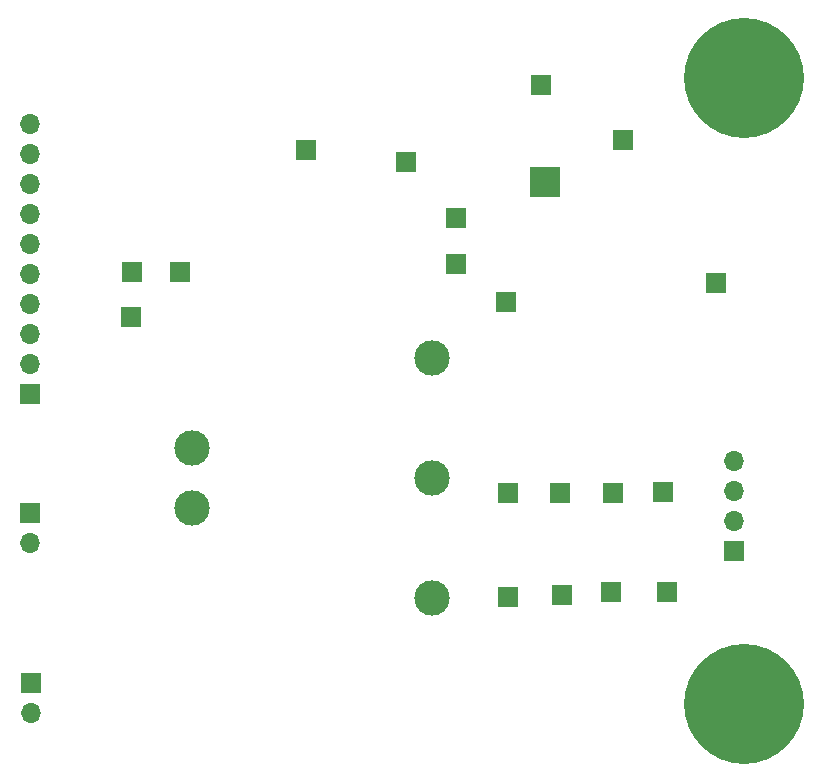
<source format=gbr>
%TF.GenerationSoftware,KiCad,Pcbnew,(5.1.8)-1*%
%TF.CreationDate,2020-12-02T17:51:50+01:00*%
%TF.ProjectId,board,626f6172-642e-46b6-9963-61645f706362,rev?*%
%TF.SameCoordinates,Original*%
%TF.FileFunction,Soldermask,Bot*%
%TF.FilePolarity,Negative*%
%FSLAX46Y46*%
G04 Gerber Fmt 4.6, Leading zero omitted, Abs format (unit mm)*
G04 Created by KiCad (PCBNEW (5.1.8)-1) date 2020-12-02 17:51:50*
%MOMM*%
%LPD*%
G01*
G04 APERTURE LIST*
%ADD10O,1.700000X1.700000*%
%ADD11R,1.700000X1.700000*%
%ADD12C,10.160000*%
%ADD13C,3.000000*%
%ADD14C,0.600000*%
%ADD15R,2.500000X2.500000*%
G04 APERTURE END LIST*
D10*
%TO.C,J6*%
X114100000Y-68780000D03*
X114100000Y-71320000D03*
X114100000Y-73860000D03*
D11*
X114100000Y-76400000D03*
%TD*%
D10*
%TO.C,J1*%
X54500000Y-40240000D03*
X54500000Y-42780000D03*
X54500000Y-45320000D03*
X54500000Y-47860000D03*
X54500000Y-50400000D03*
X54500000Y-52940000D03*
X54500000Y-55480000D03*
X54500000Y-58020000D03*
X54500000Y-60560000D03*
D11*
X54500000Y-63100000D03*
%TD*%
D10*
%TO.C,J2*%
X54500000Y-75740000D03*
D11*
X54500000Y-73200000D03*
%TD*%
%TO.C,J3*%
X54600000Y-87600000D03*
D10*
X54600000Y-90140000D03*
%TD*%
D12*
%TO.C,J4*%
X115000000Y-89400000D03*
%TD*%
%TO.C,J5*%
X115000000Y-36400000D03*
%TD*%
D11*
%TO.C,TP1*%
X63100000Y-56600000D03*
%TD*%
%TO.C,TP2*%
X63200000Y-52800000D03*
%TD*%
%TO.C,TP3*%
X67200000Y-52800000D03*
%TD*%
%TO.C,TP4*%
X77900000Y-42500000D03*
%TD*%
%TO.C,TP5*%
X90600000Y-48200000D03*
%TD*%
%TO.C,TP6*%
X86400000Y-43500000D03*
%TD*%
%TO.C,TP7*%
X108100000Y-71400000D03*
%TD*%
%TO.C,TP8*%
X94800000Y-55300000D03*
%TD*%
%TO.C,TP9*%
X97800000Y-37000000D03*
%TD*%
%TO.C,TP10*%
X90600000Y-52100000D03*
%TD*%
%TO.C,TP11*%
X104700000Y-41600000D03*
%TD*%
%TO.C,TP12*%
X103900000Y-71500000D03*
%TD*%
%TO.C,TP13*%
X99400000Y-71500000D03*
%TD*%
%TO.C,TP14*%
X95000000Y-71500000D03*
%TD*%
%TO.C,TP15*%
X108500000Y-79900000D03*
%TD*%
%TO.C,TP16*%
X112600000Y-53700000D03*
%TD*%
%TO.C,TP17*%
X103700000Y-79900000D03*
%TD*%
%TO.C,TP18*%
X99600000Y-80100000D03*
%TD*%
%TO.C,TP19*%
X95000000Y-80300000D03*
%TD*%
D13*
%TO.C,U1*%
X88600000Y-60040000D03*
X88600000Y-70200000D03*
X88600000Y-80360000D03*
X68280000Y-72740000D03*
X68280000Y-67660000D03*
%TD*%
D14*
%TO.C,U5*%
X98100000Y-45200000D03*
X97600000Y-44700000D03*
X98600000Y-44700000D03*
X98600000Y-45700000D03*
X97600000Y-45700000D03*
D15*
X98100000Y-45200000D03*
%TD*%
M02*

</source>
